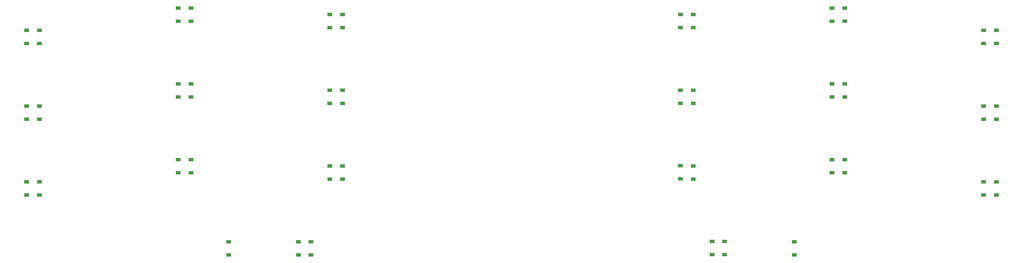
<source format=gbr>
G04 #@! TF.GenerationSoftware,KiCad,Pcbnew,(5.1.4)-1*
G04 #@! TF.CreationDate,2023-05-20T18:36:56-04:00*
G04 #@! TF.ProjectId,Corne Integrated Microchip,436f726e-6520-4496-9e74-656772617465,rev?*
G04 #@! TF.SameCoordinates,Original*
G04 #@! TF.FileFunction,Paste,Bot*
G04 #@! TF.FilePolarity,Positive*
%FSLAX46Y46*%
G04 Gerber Fmt 4.6, Leading zero omitted, Abs format (unit mm)*
G04 Created by KiCad (PCBNEW (5.1.4)-1) date 2023-05-20 18:36:56*
%MOMM*%
%LPD*%
G04 APERTURE LIST*
%ADD10R,1.200000X0.900000*%
G04 APERTURE END LIST*
D10*
X218281250Y-109537500D03*
X218281250Y-112837500D03*
X200818750Y-109475000D03*
X200818750Y-112775000D03*
X197643750Y-109475000D03*
X197643750Y-112775000D03*
X269081250Y-94456250D03*
X269081250Y-97756250D03*
X265906250Y-94456250D03*
X265906250Y-97756250D03*
X230981250Y-88900000D03*
X230981250Y-92200000D03*
X227806250Y-88900000D03*
X227806250Y-92200000D03*
X192881250Y-90487500D03*
X192881250Y-93787500D03*
X189706250Y-90425000D03*
X189706250Y-93725000D03*
X269081250Y-75406250D03*
X269081250Y-78706250D03*
X265906250Y-75406250D03*
X265906250Y-78706250D03*
X230981250Y-69850000D03*
X230981250Y-73150000D03*
X227806250Y-69850000D03*
X227806250Y-73150000D03*
X192881250Y-71437500D03*
X192881250Y-74737500D03*
X189706250Y-71437500D03*
X189706250Y-74737500D03*
X269081250Y-56356250D03*
X269081250Y-59656250D03*
X265906250Y-56356250D03*
X265906250Y-59656250D03*
X230981250Y-50737500D03*
X230981250Y-54037500D03*
X227806250Y-50737500D03*
X227806250Y-54037500D03*
X192881250Y-52387500D03*
X192881250Y-55687500D03*
X189706250Y-52387500D03*
X189706250Y-55687500D03*
X96837500Y-109537500D03*
X96837500Y-112837500D03*
X93662500Y-109537500D03*
X93662500Y-112837500D03*
X76200000Y-109537500D03*
X76200000Y-112837500D03*
X104775000Y-90487500D03*
X104775000Y-93787500D03*
X101600000Y-90487500D03*
X101600000Y-93787500D03*
X66675000Y-88900000D03*
X66675000Y-92200000D03*
X63500000Y-88900000D03*
X63500000Y-92200000D03*
X28575000Y-94456250D03*
X28575000Y-97756250D03*
X25400000Y-94456250D03*
X25400000Y-97756250D03*
X104775000Y-71437500D03*
X104775000Y-74737500D03*
X101600000Y-71437500D03*
X101600000Y-74737500D03*
X66675000Y-69850000D03*
X66675000Y-73150000D03*
X63500000Y-69850000D03*
X63500000Y-73150000D03*
X28575000Y-75406250D03*
X28575000Y-78706250D03*
X25400000Y-75406250D03*
X25400000Y-78706250D03*
X104775000Y-52387500D03*
X104775000Y-55687500D03*
X101600000Y-52387500D03*
X101600000Y-55687500D03*
X66675000Y-50800000D03*
X66675000Y-54100000D03*
X63500000Y-50800000D03*
X63500000Y-54100000D03*
X28575000Y-56356250D03*
X28575000Y-59656250D03*
X25400000Y-56356250D03*
X25400000Y-59656250D03*
M02*

</source>
